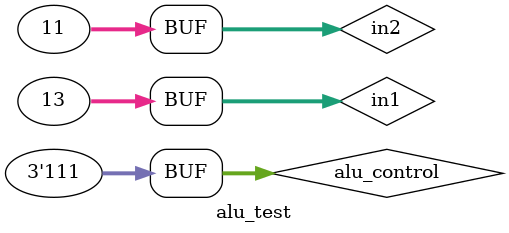
<source format=v>
`timescale 1ns / 1ps

module alu_test;

	// Inputs
	reg [31:0] in1;
	reg [31:0] in2;
	reg [2:0] alu_control;

	// Outputs
	wire [31:0] out;
	wire zero_flag;
	wire msb_flag;
	wire carry_flag;

	// Instantiate the Unit Under Test (UUT)
	alu uut (
		.in1(in1), 
		.in2(in2), 
		.alu_control(alu_control), 
		.out(out), 
		.zero_flag(zero_flag), 
		.msb_flag(msb_flag), 
		.carry_flag(carry_flag)
	);

	initial begin
		// Initialize Inputs
		in1 = 0;
		in2 = 0;
		alu_control = 0;
		
		// Wait 100 ns for global reset to finish
		#100;
		$monitor ($time, "\tin1=%d\tin2=%d\talu_control=%d\tout=%d\tzero_flag=%d\tmsb_flag=%d\tcarry_flag=%d",in1,in2,alu_control,out,zero_flag,msb_flag,carry_flag);
		#100 in1 = 32'd8; in2 = 32'd9;alu_control = 3'd0;
		#100 in1 = 32'd54; in2 = 3240834;alu_control = 3'd1;
		#100 in1 = 32'd3; in2 = 5;alu_control = 3'd2;
		#100 in1 = 32'd1023; in2 = 3;alu_control = 3'd3;
		#100 in1 = 32'b11111101000011110101110110101010; in2 = 5;alu_control = 3'd4;
		#100 in1 = 23; in2 = 7;alu_control = 3'd5;
		#100 in1 = 7; in2 = 8;alu_control = 3'd6;
		#100 in1 = 13; in2 = 11;alu_control = 3'd7;

	end
      
endmodule


</source>
